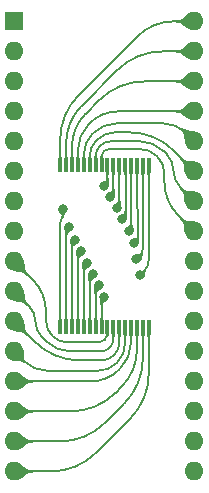
<source format=gtl>
%TF.GenerationSoftware,KiCad,Pcbnew,8.0.7*%
%TF.CreationDate,2025-03-14T20:28:10+02:00*%
%TF.ProjectId,TSSOP32-14mm Adapter,5453534f-5033-4322-9d31-346d6d204164,V1*%
%TF.SameCoordinates,Original*%
%TF.FileFunction,Copper,L1,Top*%
%TF.FilePolarity,Positive*%
%FSLAX46Y46*%
G04 Gerber Fmt 4.6, Leading zero omitted, Abs format (unit mm)*
G04 Created by KiCad (PCBNEW 8.0.7) date 2025-03-14 20:28:10*
%MOMM*%
%LPD*%
G01*
G04 APERTURE LIST*
%TA.AperFunction,ComponentPad*%
%ADD10O,1.600000X1.600000*%
%TD*%
%TA.AperFunction,ComponentPad*%
%ADD11R,1.600000X1.600000*%
%TD*%
%TA.AperFunction,SMDPad,CuDef*%
%ADD12R,0.300000X1.300000*%
%TD*%
%TA.AperFunction,ViaPad*%
%ADD13C,0.800000*%
%TD*%
%TA.AperFunction,Conductor*%
%ADD14C,0.200000*%
%TD*%
G04 APERTURE END LIST*
D10*
%TO.P,J1,32,Pin_32*%
%TO.N,/32*%
X15240000Y0D03*
%TO.P,J1,31,Pin_31*%
%TO.N,/31*%
X15240000Y-2540000D03*
%TO.P,J1,30,Pin_30*%
%TO.N,/30*%
X15240000Y-5080000D03*
%TO.P,J1,29,Pin_29*%
%TO.N,/29*%
X15240000Y-7620000D03*
%TO.P,J1,28,Pin_28*%
%TO.N,/28*%
X15240000Y-10160000D03*
%TO.P,J1,27,Pin_27*%
%TO.N,/27*%
X15240000Y-12700000D03*
%TO.P,J1,26,Pin_26*%
%TO.N,/26*%
X15240000Y-15240000D03*
%TO.P,J1,25,Pin_25*%
%TO.N,/25*%
X15240000Y-17780000D03*
%TO.P,J1,24,Pin_24*%
%TO.N,/24*%
X15240000Y-20320000D03*
%TO.P,J1,23,Pin_23*%
%TO.N,/23*%
X15240000Y-22860000D03*
%TO.P,J1,22,Pin_22*%
%TO.N,/22*%
X15240000Y-25400000D03*
%TO.P,J1,21,Pin_21*%
%TO.N,/21*%
X15240000Y-27940000D03*
%TO.P,J1,20,Pin_20*%
%TO.N,/20*%
X15240000Y-30480000D03*
%TO.P,J1,19,Pin_19*%
%TO.N,/19*%
X15240000Y-33020000D03*
%TO.P,J1,18,Pin_18*%
%TO.N,/18*%
X15240000Y-35560000D03*
%TO.P,J1,17,Pin_17*%
%TO.N,/17*%
X15240000Y-38100000D03*
%TO.P,J1,16,Pin_16*%
%TO.N,/16*%
X0Y-38100000D03*
%TO.P,J1,15,Pin_15*%
%TO.N,/15*%
X0Y-35560000D03*
%TO.P,J1,14,Pin_14*%
%TO.N,/14*%
X0Y-33020000D03*
%TO.P,J1,13,Pin_13*%
%TO.N,/13*%
X0Y-30480000D03*
%TO.P,J1,12,Pin_12*%
%TO.N,/12*%
X0Y-27940000D03*
%TO.P,J1,11,Pin_11*%
%TO.N,/11*%
X0Y-25400000D03*
%TO.P,J1,10,Pin_10*%
%TO.N,/10*%
X0Y-22860000D03*
%TO.P,J1,9,Pin_9*%
%TO.N,/9*%
X0Y-20320000D03*
%TO.P,J1,8,Pin_8*%
%TO.N,/8*%
X0Y-17780000D03*
%TO.P,J1,7,Pin_7*%
%TO.N,/7*%
X0Y-15240000D03*
%TO.P,J1,6,Pin_6*%
%TO.N,/6*%
X0Y-12700000D03*
%TO.P,J1,5,Pin_5*%
%TO.N,/5*%
X0Y-10160000D03*
%TO.P,J1,4,Pin_4*%
%TO.N,/4*%
X0Y-7620000D03*
%TO.P,J1,3,Pin_3*%
%TO.N,/3*%
X0Y-5080000D03*
%TO.P,J1,2,Pin_2*%
%TO.N,/2*%
X0Y-2540000D03*
D11*
%TO.P,J1,1,Pin_1*%
%TO.N,/1*%
X0Y0D03*
%TD*%
D12*
%TO.P,IC1,32,~{OE}*%
%TO.N,/32*%
X3875000Y-12200000D03*
%TO.P,IC1,31,A10*%
%TO.N,/31*%
X4375000Y-12200001D03*
%TO.P,IC1,30,~{CE}*%
%TO.N,/30*%
X4875000Y-12200000D03*
%TO.P,IC1,29,DQ7*%
%TO.N,/29*%
X5375000Y-12200000D03*
%TO.P,IC1,28,DQ6*%
%TO.N,/28*%
X5875001Y-12200000D03*
%TO.P,IC1,27,DQ5*%
%TO.N,/27*%
X6375000Y-12200000D03*
%TO.P,IC1,26,DQ4*%
%TO.N,/26*%
X6874999Y-12200000D03*
%TO.P,IC1,25,DQ3*%
%TO.N,/25*%
X7375000Y-12200000D03*
%TO.P,IC1,24,GND*%
%TO.N,/24*%
X7875000Y-12200000D03*
%TO.P,IC1,23,DQ2*%
%TO.N,/23*%
X8375001Y-12200000D03*
%TO.P,IC1,22,DQ1*%
%TO.N,/22*%
X8875000Y-12200000D03*
%TO.P,IC1,21,DQ0*%
%TO.N,/21*%
X9374999Y-12200000D03*
%TO.P,IC1,20,A0*%
%TO.N,/20*%
X9875000Y-12200000D03*
%TO.P,IC1,19,A1*%
%TO.N,/19*%
X10375000Y-12200000D03*
%TO.P,IC1,18,A2*%
%TO.N,/18*%
X10875000Y-12200001D03*
%TO.P,IC1,17,A3*%
%TO.N,/17*%
X11375000Y-12200000D03*
%TO.P,IC1,16,A4*%
%TO.N,/16*%
X11375000Y-25900000D03*
%TO.P,IC1,15,A5*%
%TO.N,/15*%
X10875000Y-25899999D03*
%TO.P,IC1,14,A6*%
%TO.N,/14*%
X10375000Y-25900000D03*
%TO.P,IC1,13,A7*%
%TO.N,/13*%
X9875000Y-25900000D03*
%TO.P,IC1,12,A12*%
%TO.N,/12*%
X9374999Y-25900000D03*
%TO.P,IC1,11,A15*%
%TO.N,/11*%
X8875000Y-25900000D03*
%TO.P,IC1,10,A16*%
%TO.N,/10*%
X8375001Y-25900000D03*
%TO.P,IC1,9,N.C.*%
%TO.N,/9*%
X7875000Y-25900000D03*
%TO.P,IC1,8,3V*%
%TO.N,/8*%
X7375000Y-25900000D03*
%TO.P,IC1,7,~{WE}*%
%TO.N,/7*%
X6874999Y-25900000D03*
%TO.P,IC1,6,N.C.*%
%TO.N,/6*%
X6375000Y-25900000D03*
%TO.P,IC1,5,A14*%
%TO.N,/5*%
X5875001Y-25900000D03*
%TO.P,IC1,4,A13*%
%TO.N,/4*%
X5375000Y-25900000D03*
%TO.P,IC1,3,A8*%
%TO.N,/3*%
X4875000Y-25900000D03*
%TO.P,IC1,2,A9*%
%TO.N,/2*%
X4375000Y-25899999D03*
%TO.P,IC1,1,A11*%
%TO.N,/1*%
X3875000Y-25900000D03*
%TD*%
D13*
%TO.N,/8*%
X7624999Y-23304205D03*
%TO.N,/7*%
X7125000Y-22328009D03*
%TO.N,/5*%
X6125000Y-20447000D03*
%TO.N,/4*%
X5625000Y-19435233D03*
%TO.N,/3*%
X5125000Y-18481326D03*
%TO.N,/2*%
X4625000Y-17399000D03*
%TO.N,/1*%
X4079328Y-15845666D03*
%TO.N,/24*%
X7620000Y-13970000D03*
%TO.N,/23*%
X8125000Y-14859000D03*
%TO.N,/22*%
X8668616Y-15824104D03*
%TO.N,/21*%
X9125000Y-16764000D03*
%TO.N,/20*%
X9724189Y-17762051D03*
%TO.N,/19*%
X10160000Y-18796000D03*
%TO.N,/18*%
X10328169Y-20151831D03*
%TO.N,/17*%
X10617872Y-21502195D03*
%TO.N,/6*%
X6625001Y-21383333D03*
%TD*%
D14*
%TO.N,/6*%
X6500000Y-21508333D02*
G75*
G03*
X6375014Y-21810111I301800J-301767D01*
G01*
%TO.N,/9*%
X7653157Y-26956157D02*
G75*
G02*
X7117580Y-27177992I-535557J535557D01*
G01*
X3210000Y-26635000D02*
G75*
G03*
X4520917Y-27177998I1310920J1310930D01*
G01*
X1569216Y-21889216D02*
G75*
G02*
X2667000Y-24539500I-2650283J-2650284D01*
G01*
X7875000Y-26420580D02*
G75*
G02*
X7653163Y-26956163I-757400J-20D01*
G01*
X2667000Y-25324082D02*
G75*
G03*
X3210001Y-26634999I1853920J2D01*
G01*
%TO.N,/12*%
X8687999Y-28904000D02*
G75*
G02*
X7029435Y-29591001I-1658569J1658570D01*
G01*
X825500Y-28765500D02*
G75*
G03*
X2818433Y-29590996I1992930J1992940D01*
G01*
X9374999Y-27245436D02*
G75*
G02*
X8687997Y-28903998I-2345569J6D01*
G01*
%TO.N,/10*%
X1778000Y-25417328D02*
G75*
G03*
X2329068Y-26747725I1881460J-2D01*
G01*
X8061000Y-27625999D02*
G75*
G02*
X7302936Y-27940015I-758100J758099D01*
G01*
X1226931Y-24086931D02*
G75*
G02*
X1778000Y-25417328I-1330403J-1330400D01*
G01*
X8375001Y-26867935D02*
G75*
G02*
X8060999Y-27625998I-1072071J5D01*
G01*
X2649671Y-27068328D02*
G75*
G03*
X4754072Y-27940003I2104409J2104408D01*
G01*
%TO.N,/2*%
X4500000Y-17524000D02*
G75*
G03*
X4374990Y-17825776I301800J-301800D01*
G01*
%TO.N,/25*%
X12081750Y-11413250D02*
G75*
G03*
X10589162Y-10795016I-1492550J-1492550D01*
G01*
X12700000Y-13635750D02*
G75*
G03*
X13834376Y-16374376I3873000J0D01*
G01*
X8010043Y-10795000D02*
G75*
G03*
X7560987Y-10980987I-43J-635000D01*
G01*
X12081750Y-11413250D02*
G75*
G02*
X12699984Y-12905837I-1492550J-1492550D01*
G01*
X7561000Y-10981000D02*
G75*
G03*
X7375018Y-11430043I449000J-449000D01*
G01*
%TO.N,/21*%
X9405000Y-16286010D02*
G75*
G02*
X9264997Y-16623997I-478000J10D01*
G01*
%TO.N,/4*%
X5500000Y-19560233D02*
G75*
G03*
X5375014Y-19862009I301800J-301767D01*
G01*
%TO.N,/14*%
X8578792Y-31426206D02*
G75*
G02*
X4731036Y-33020003I-3847762J3847756D01*
G01*
X10375000Y-27765000D02*
G75*
G02*
X9056244Y-30948753I-4502500J0D01*
G01*
%TO.N,/28*%
X8637098Y-8636000D02*
G75*
G03*
X6684001Y-9445000I2J-2762100D01*
G01*
X6563016Y-9565983D02*
G75*
G03*
X5874991Y-11226999I1660984J-1661017D01*
G01*
X14478000Y-9398000D02*
G75*
G03*
X12638369Y-8636013I-1839600J-1839600D01*
G01*
%TO.N,/22*%
X8875000Y-15471784D02*
G75*
G02*
X8771812Y-15720916I-352300J-16D01*
G01*
%TO.N,/26*%
X7247499Y-10532500D02*
G75*
G03*
X6874997Y-11431796I899301J-899300D01*
G01*
X13462000Y-12636500D02*
G75*
G03*
X14045723Y-14045709I1992900J0D01*
G01*
X8146795Y-10160000D02*
G75*
G03*
X7247501Y-10532502I5J-1271800D01*
G01*
X12878283Y-11227283D02*
G75*
G02*
X13462010Y-12636500I-1409183J-1409217D01*
G01*
X12636500Y-10985500D02*
G75*
G03*
X10643566Y-10160001I-1992930J-1992930D01*
G01*
%TO.N,/20*%
X9875000Y-17504600D02*
G75*
G02*
X9799604Y-17686655I-257500J0D01*
G01*
%TO.N,/8*%
X7499999Y-23429204D02*
G75*
G03*
X7374992Y-23730979I301801J-301796D01*
G01*
%TO.N,/1*%
X3977164Y-16788836D02*
G75*
G03*
X3874984Y-17035481I246636J-246664D01*
G01*
X4079328Y-16542190D02*
G75*
G02*
X3977173Y-16788845I-348828J-10D01*
G01*
%TO.N,/17*%
X11375000Y-20209696D02*
G75*
G02*
X10996438Y-21123633I-1292500J-4D01*
G01*
%TO.N,/11*%
X8438000Y-28265000D02*
G75*
G02*
X7382988Y-28701995I-1055000J1055000D01*
G01*
X1708207Y-27108207D02*
G75*
G03*
X5555963Y-28702004I3847763J3847757D01*
G01*
X8875000Y-27209988D02*
G75*
G02*
X8438003Y-28265003I-1492000J-12D01*
G01*
%TO.N,/31*%
X12540963Y-2540000D02*
G75*
G03*
X8693206Y-4133791I-3J-5441550D01*
G01*
X5700118Y-7126881D02*
G75*
G03*
X4375005Y-10326000I3199112J-3199109D01*
G01*
%TO.N,/7*%
X6999999Y-22453009D02*
G75*
G03*
X6874996Y-22754787I301801J-301791D01*
G01*
%TO.N,/24*%
X7875000Y-13534687D02*
G75*
G02*
X7747504Y-13842504I-435300J-13D01*
G01*
%TO.N,/15*%
X7689792Y-33966206D02*
G75*
G02*
X3842036Y-35560003I-3847762J3847756D01*
G01*
X10875000Y-28527036D02*
G75*
G02*
X9281206Y-32374791I-5441560J6D01*
G01*
%TO.N,/27*%
X6925482Y-10092517D02*
G75*
G03*
X6375009Y-11421500I1329018J-1328983D01*
G01*
X13464643Y-10924643D02*
G75*
G03*
X9779000Y-9398004I-3685643J-3685657D01*
G01*
X8500347Y-9398000D02*
G75*
G03*
X6997498Y-10020498I-7J-2125340D01*
G01*
%TO.N,/18*%
X10875000Y-19218332D02*
G75*
G02*
X10601569Y-19878400I-933500J32D01*
G01*
%TO.N,/3*%
X5000000Y-18606326D02*
G75*
G03*
X4875009Y-18908102I301800J-301774D01*
G01*
%TO.N,/19*%
X10375000Y-15789942D02*
G75*
G03*
X10425023Y-15910630I170700J42D01*
G01*
X10425000Y-15910653D02*
G75*
G02*
X10475029Y-16031363I-120700J-120747D01*
G01*
X10475000Y-18258261D02*
G75*
G02*
X10317511Y-18638511I-537700J-39D01*
G01*
%TO.N,/23*%
X8375001Y-14432221D02*
G75*
G02*
X8249994Y-14733993I-426801J21D01*
G01*
%TO.N,/5*%
X6000000Y-20571999D02*
G75*
G03*
X5874990Y-20873774I301800J-301801D01*
G01*
%TO.N,/29*%
X6290349Y-8695650D02*
G75*
G03*
X5374999Y-10905500I2209851J-2209850D01*
G01*
X8773849Y-7620000D02*
G75*
G03*
X6370500Y-8615500I1J-3398850D01*
G01*
%TO.N,/30*%
X11016963Y-5080000D02*
G75*
G03*
X7169205Y-6673791I-3J-5441550D01*
G01*
X6017684Y-7825315D02*
G75*
G03*
X4875004Y-10584000I2758676J-2758675D01*
G01*
%TO.N,/13*%
X8874499Y-29479499D02*
G75*
G02*
X6459079Y-30479998I-2415419J2415419D01*
G01*
X9875000Y-27189500D02*
G75*
G02*
X8963180Y-29390809I-3113100J0D01*
G01*
%TO.N,/16*%
X6927792Y-36506207D02*
G75*
G02*
X3080036Y-38100001I-3847762J3847767D01*
G01*
X11375000Y-29805036D02*
G75*
G02*
X9781206Y-33652791I-5441560J6D01*
G01*
%TO.N,/32*%
X13462000Y0D02*
G75*
G03*
X10426759Y-1257230I0J-4292500D01*
G01*
X5427452Y-6256547D02*
G75*
G03*
X3874998Y-10004500I3747948J-3747953D01*
G01*
%TO.N,/1*%
X4079328Y-16542190D02*
X4079328Y-15845666D01*
X3875000Y-17035481D02*
X3875000Y-25900000D01*
%TO.N,/25*%
X12700000Y-13635750D02*
X12700000Y-12905837D01*
X13834376Y-16374376D02*
X15240000Y-17780000D01*
X7375000Y-11430043D02*
X7375000Y-12200000D01*
X10589162Y-10795000D02*
X8010043Y-10795000D01*
%TO.N,/26*%
X12878283Y-11227283D02*
X12636500Y-10985500D01*
X8146795Y-10160000D02*
X10643566Y-10160000D01*
X14045716Y-14045716D02*
X15240000Y-15240000D01*
X6874999Y-11431796D02*
X6874999Y-12200000D01*
%TO.N,/27*%
X13464643Y-10924643D02*
X15240000Y-12700000D01*
X6925482Y-10092517D02*
X6997500Y-10020500D01*
X9779000Y-9398000D02*
X8500347Y-9398000D01*
X6375000Y-11421500D02*
X6375000Y-12200000D01*
%TO.N,/22*%
X8668616Y-15824104D02*
X8771808Y-15720912D01*
X8875000Y-15471784D02*
X8875000Y-12200000D01*
%TO.N,/23*%
X8250000Y-14733999D02*
X8125000Y-14859000D01*
X8375001Y-14432221D02*
X8375001Y-12200000D01*
%TO.N,/24*%
X7747500Y-13842500D02*
X7620000Y-13970000D01*
X7875000Y-13534687D02*
X7875000Y-12200000D01*
%TO.N,/21*%
X9265000Y-16624000D02*
X9125000Y-16764000D01*
X9405000Y-16286010D02*
X9405000Y-12230001D01*
%TO.N,/20*%
X9724189Y-17762051D02*
X9799594Y-17686645D01*
X9875000Y-17504600D02*
X9875000Y-12200000D01*
%TO.N,/19*%
X10160000Y-18796000D02*
X10317500Y-18638500D01*
X10475000Y-16031363D02*
X10475000Y-18258261D01*
X10375000Y-15789942D02*
X10375000Y-12200000D01*
%TO.N,/17*%
X10617872Y-21502195D02*
X10996436Y-21123631D01*
%TO.N,/18*%
X10875000Y-19218332D02*
X10875000Y-12200001D01*
X10328169Y-20151831D02*
X10601584Y-19878415D01*
%TO.N,/17*%
X11375000Y-20209696D02*
X11375000Y-12200000D01*
%TO.N,/8*%
X7624999Y-23304205D02*
X7499999Y-23429204D01*
X7375000Y-23730979D02*
X7375000Y-25900000D01*
%TO.N,/7*%
X6999999Y-22453009D02*
X7125000Y-22328009D01*
X6874999Y-22754787D02*
X6874999Y-25900000D01*
%TO.N,/5*%
X6125000Y-20447000D02*
X6000000Y-20571999D01*
X5875001Y-20873774D02*
X5875001Y-25900000D01*
%TO.N,/4*%
X5625000Y-19435233D02*
X5500000Y-19560233D01*
X5375000Y-19862009D02*
X5375000Y-25900000D01*
%TO.N,/2*%
X4625000Y-17399000D02*
X4500000Y-17524000D01*
X4375000Y-17825776D02*
X4375000Y-25899999D01*
%TO.N,/3*%
X5125000Y-18481326D02*
X5000000Y-18606326D01*
X4875000Y-18908102D02*
X4875000Y-25900000D01*
%TO.N,/11*%
X1708207Y-27108207D02*
X0Y-25400000D01*
X7382988Y-28702000D02*
X5555963Y-28702000D01*
X8875000Y-27209988D02*
X8875000Y-25900000D01*
%TO.N,/12*%
X825500Y-28765500D02*
X0Y-27940000D01*
X7029435Y-29591000D02*
X2818433Y-29591000D01*
X9374999Y-27245436D02*
X9374999Y-25900000D01*
%TO.N,/10*%
X1226931Y-24086931D02*
X0Y-22860000D01*
X2329068Y-26747725D02*
X2649671Y-27068328D01*
X7302936Y-27940000D02*
X4754072Y-27940000D01*
X8375001Y-26867935D02*
X8375001Y-25900000D01*
%TO.N,/14*%
X8578792Y-31426206D02*
X9056245Y-30948754D01*
X4731036Y-33020000D02*
X0Y-33020000D01*
X10375000Y-27765000D02*
X10375000Y-25900000D01*
%TO.N,/15*%
X7689792Y-33966206D02*
X9281207Y-32374792D01*
X3842036Y-35560000D02*
X0Y-35560000D01*
X10875000Y-28527036D02*
X10875000Y-25899999D01*
%TO.N,/16*%
X3080036Y-38100000D02*
X0Y-38100000D01*
X6927792Y-36506207D02*
X9781207Y-33652792D01*
X11375000Y-29805036D02*
X11375000Y-25900000D01*
%TO.N,/28*%
X14478000Y-9398000D02*
X15240000Y-10160000D01*
X8637098Y-8636000D02*
X12638369Y-8636000D01*
X6684000Y-9444999D02*
X6563016Y-9565983D01*
X5875001Y-11226999D02*
X5875001Y-12200000D01*
%TO.N,/29*%
X6290349Y-8695650D02*
X6370500Y-8615500D01*
X5375000Y-10905500D02*
X5375000Y-12200000D01*
X8773849Y-7620000D02*
X15240000Y-7620000D01*
%TO.N,/30*%
X7169206Y-6673792D02*
X6017684Y-7825315D01*
X4875000Y-10584000D02*
X4875000Y-12200000D01*
X11016963Y-5080000D02*
X15240000Y-5080000D01*
%TO.N,/31*%
X8693207Y-4133792D02*
X5700118Y-7126881D01*
X4375000Y-10326000D02*
X4375000Y-12200001D01*
X12540963Y-2540000D02*
X15240000Y-2540000D01*
%TO.N,/32*%
X13462000Y0D02*
X15240000Y0D01*
X3875000Y-10004500D02*
X3875000Y-12200000D01*
X10426764Y-1257235D02*
X5427452Y-6256547D01*
%TO.N,/13*%
X9875000Y-27189500D02*
X9875000Y-25900000D01*
X6459079Y-30480000D02*
X0Y-30480000D01*
X8874499Y-29479499D02*
X8963185Y-29390814D01*
%TO.N,/9*%
X1569216Y-21889216D02*
X0Y-20320000D01*
X2667000Y-24539500D02*
X2667000Y-25324082D01*
%TO.N,/6*%
X6500000Y-21508333D02*
X6625001Y-21383333D01*
%TO.N,/9*%
X7117580Y-27178000D02*
X4520917Y-27178000D01*
%TO.N,/6*%
X6375000Y-21810111D02*
X6375000Y-25900000D01*
%TD*%
%TA.AperFunction,Conductor*%
%TO.N,/6*%
G36*
X6628406Y-21385751D02*
G01*
X6628436Y-21385780D01*
X6898458Y-21656757D01*
X6901870Y-21665036D01*
X6898429Y-21673303D01*
X6897307Y-21674286D01*
X6780739Y-21764015D01*
X6778825Y-21765213D01*
X6662129Y-21823430D01*
X6565121Y-21876054D01*
X6499269Y-21956266D01*
X6499269Y-21956267D01*
X6476667Y-22088045D01*
X6471892Y-22095619D01*
X6465136Y-22097766D01*
X6286362Y-22097766D01*
X6278089Y-22094339D01*
X6274667Y-22086409D01*
X6269800Y-21920344D01*
X6269800Y-21920335D01*
X6257400Y-21794720D01*
X6242629Y-21686590D01*
X6242578Y-21686155D01*
X6230240Y-21561171D01*
X6230188Y-21560365D01*
X6225352Y-21395342D01*
X6228535Y-21386975D01*
X6236704Y-21383307D01*
X6236946Y-21383303D01*
X6620125Y-21382345D01*
X6628406Y-21385751D01*
G37*
%TD.AperFunction*%
%TD*%
%TA.AperFunction,Conductor*%
%TO.N,/9*%
G36*
X7883376Y-25953203D02*
G01*
X7884998Y-25957502D01*
X7981954Y-26546550D01*
X7981104Y-26553194D01*
X7969026Y-26580419D01*
X7955522Y-26613862D01*
X7942028Y-26650280D01*
X7928527Y-26689716D01*
X7918894Y-26719998D01*
X7913121Y-26726843D01*
X7904198Y-26727600D01*
X7903268Y-26727260D01*
X7737181Y-26658468D01*
X7730849Y-26652137D01*
X7729967Y-26648114D01*
X7729206Y-26628480D01*
X7728154Y-26604360D01*
X7727103Y-26583240D01*
X7726051Y-26565120D01*
X7725528Y-26557595D01*
X7725500Y-26556785D01*
X7725500Y-26549170D01*
X7725800Y-26546536D01*
X7862054Y-25956766D01*
X7867254Y-25949479D01*
X7876087Y-25948002D01*
X7883376Y-25953203D01*
G37*
%TD.AperFunction*%
%TD*%
%TA.AperFunction,Conductor*%
%TO.N,/2*%
G36*
X4628405Y-17401418D02*
G01*
X4628435Y-17401447D01*
X4898457Y-17672424D01*
X4901869Y-17680703D01*
X4898428Y-17688970D01*
X4897306Y-17689953D01*
X4780739Y-17779681D01*
X4778825Y-17780879D01*
X4662131Y-17839095D01*
X4565121Y-17891718D01*
X4499270Y-17971927D01*
X4499269Y-17971927D01*
X4499269Y-17971929D01*
X4476667Y-18103706D01*
X4471892Y-18111280D01*
X4465136Y-18113427D01*
X4286362Y-18113427D01*
X4278089Y-18110000D01*
X4274667Y-18102070D01*
X4269800Y-17936006D01*
X4269800Y-17935997D01*
X4257400Y-17810384D01*
X4242629Y-17702254D01*
X4242578Y-17701819D01*
X4240606Y-17681843D01*
X4230239Y-17576828D01*
X4230188Y-17576031D01*
X4225352Y-17411012D01*
X4228535Y-17402642D01*
X4236704Y-17398974D01*
X4236946Y-17398970D01*
X4620124Y-17398012D01*
X4628405Y-17401418D01*
G37*
%TD.AperFunction*%
%TD*%
%TA.AperFunction,Conductor*%
%TO.N,/21*%
G36*
X9501712Y-16064715D02*
G01*
X9505138Y-16072848D01*
X9507079Y-16235580D01*
X9512040Y-16359286D01*
X9517953Y-16465910D01*
X9517962Y-16466089D01*
X9522914Y-16589541D01*
X9522922Y-16589870D01*
X9524859Y-16752189D01*
X9521531Y-16760503D01*
X9513300Y-16764028D01*
X9513189Y-16764029D01*
X9129875Y-16764987D01*
X9121594Y-16761581D01*
X9121558Y-16761546D01*
X8851719Y-16490752D01*
X8848307Y-16482472D01*
X8851748Y-16474205D01*
X8853032Y-16473100D01*
X8974066Y-16383435D01*
X8976349Y-16382114D01*
X9100523Y-16327904D01*
X9205709Y-16280431D01*
X9278074Y-16203726D01*
X9303199Y-16070814D01*
X9308102Y-16063322D01*
X9314695Y-16061288D01*
X9493439Y-16061288D01*
X9501712Y-16064715D01*
G37*
%TD.AperFunction*%
%TD*%
%TA.AperFunction,Conductor*%
%TO.N,/4*%
G36*
X5628405Y-19437651D02*
G01*
X5628435Y-19437680D01*
X5898457Y-19708657D01*
X5901869Y-19716936D01*
X5898428Y-19725203D01*
X5897306Y-19726186D01*
X5780738Y-19815916D01*
X5778829Y-19817111D01*
X5719680Y-19846620D01*
X5662106Y-19875342D01*
X5565121Y-19927955D01*
X5499269Y-20008167D01*
X5499269Y-20008168D01*
X5476667Y-20139946D01*
X5471892Y-20147520D01*
X5465136Y-20149667D01*
X5286362Y-20149667D01*
X5278089Y-20146240D01*
X5274667Y-20138310D01*
X5269800Y-19972244D01*
X5269800Y-19972235D01*
X5257400Y-19846620D01*
X5242629Y-19738490D01*
X5242578Y-19738055D01*
X5230240Y-19613071D01*
X5230188Y-19612265D01*
X5225352Y-19447245D01*
X5228535Y-19438875D01*
X5236704Y-19435207D01*
X5236946Y-19435203D01*
X5620124Y-19434245D01*
X5628405Y-19437651D01*
G37*
%TD.AperFunction*%
%TD*%
%TA.AperFunction,Conductor*%
%TO.N,/22*%
G36*
X8972180Y-15093366D02*
G01*
X8975590Y-15101017D01*
X8984734Y-15272853D01*
X8984736Y-15272871D01*
X9007945Y-15401621D01*
X9007953Y-15401658D01*
X9035569Y-15512013D01*
X9035732Y-15512775D01*
X9041023Y-15542125D01*
X9058749Y-15640452D01*
X9058918Y-15641906D01*
X9067961Y-15811812D01*
X9064979Y-15820256D01*
X9056900Y-15824117D01*
X9056307Y-15824134D01*
X8673491Y-15825091D01*
X8665210Y-15821685D01*
X8665174Y-15821650D01*
X8394885Y-15550405D01*
X8391473Y-15542125D01*
X8394914Y-15533858D01*
X8395749Y-15533104D01*
X8506536Y-15442529D01*
X8507845Y-15441602D01*
X8613807Y-15377189D01*
X8698676Y-15316850D01*
X8754748Y-15231075D01*
X8762833Y-15174728D01*
X8773560Y-15099977D01*
X8778127Y-15092275D01*
X8785141Y-15089939D01*
X8963907Y-15089939D01*
X8972180Y-15093366D01*
G37*
%TD.AperFunction*%
%TD*%
%TA.AperFunction,Conductor*%
%TO.N,/8*%
G36*
X7628404Y-23306623D02*
G01*
X7628434Y-23306652D01*
X7898456Y-23577629D01*
X7901868Y-23585908D01*
X7898427Y-23594175D01*
X7897305Y-23595158D01*
X7780737Y-23684887D01*
X7778828Y-23686082D01*
X7719681Y-23715590D01*
X7662105Y-23744313D01*
X7565121Y-23796924D01*
X7499269Y-23877135D01*
X7499269Y-23877136D01*
X7476667Y-24008913D01*
X7471892Y-24016487D01*
X7465136Y-24018634D01*
X7286362Y-24018634D01*
X7278089Y-24015207D01*
X7274667Y-24007277D01*
X7269799Y-23841213D01*
X7269799Y-23841204D01*
X7257399Y-23715590D01*
X7242628Y-23607460D01*
X7242577Y-23607025D01*
X7230239Y-23482042D01*
X7230187Y-23481236D01*
X7225351Y-23316217D01*
X7228534Y-23307847D01*
X7236703Y-23304179D01*
X7236945Y-23304175D01*
X7620123Y-23303217D01*
X7628404Y-23306623D01*
G37*
%TD.AperFunction*%
%TD*%
%TA.AperFunction,Conductor*%
%TO.N,/7*%
G36*
X7128405Y-22330427D02*
G01*
X7128435Y-22330456D01*
X7398457Y-22601433D01*
X7401869Y-22609712D01*
X7398428Y-22617979D01*
X7397306Y-22618962D01*
X7280738Y-22708691D01*
X7278824Y-22709889D01*
X7162130Y-22768105D01*
X7065120Y-22820728D01*
X6999269Y-22900937D01*
X6999268Y-22900937D01*
X6999268Y-22900939D01*
X6976666Y-23032716D01*
X6971891Y-23040290D01*
X6965135Y-23042437D01*
X6786361Y-23042437D01*
X6778088Y-23039010D01*
X6774666Y-23031080D01*
X6769799Y-22865016D01*
X6769799Y-22865007D01*
X6757399Y-22739393D01*
X6742628Y-22631263D01*
X6742577Y-22630828D01*
X6740605Y-22610852D01*
X6730238Y-22505837D01*
X6730187Y-22505040D01*
X6725352Y-22340021D01*
X6728535Y-22331651D01*
X6736704Y-22327983D01*
X6736946Y-22327979D01*
X7120124Y-22327021D01*
X7128405Y-22330427D01*
G37*
%TD.AperFunction*%
%TD*%
%TA.AperFunction,Conductor*%
%TO.N,/24*%
G36*
X7971878Y-13261031D02*
G01*
X7975301Y-13268995D01*
X7979679Y-13434471D01*
X7979679Y-13434480D01*
X7979680Y-13434482D01*
X7983631Y-13478838D01*
X7990841Y-13559769D01*
X8004134Y-13667636D01*
X8004176Y-13668029D01*
X8015287Y-13792758D01*
X8015329Y-13793486D01*
X8019683Y-13958019D01*
X8016476Y-13966380D01*
X8008297Y-13970025D01*
X8008016Y-13970029D01*
X7624875Y-13970987D01*
X7616594Y-13967581D01*
X7616558Y-13967546D01*
X7443111Y-13793486D01*
X7346571Y-13696604D01*
X7343160Y-13688326D01*
X7346601Y-13680059D01*
X7347745Y-13679059D01*
X7465045Y-13589355D01*
X7467010Y-13588141D01*
X7584960Y-13530596D01*
X7683334Y-13478838D01*
X7750282Y-13399225D01*
X7773309Y-13267291D01*
X7778108Y-13259732D01*
X7784835Y-13257604D01*
X7963605Y-13257604D01*
X7971878Y-13261031D01*
G37*
%TD.AperFunction*%
%TD*%
%TA.AperFunction,Conductor*%
%TO.N,/18*%
G36*
X10737162Y-19496907D02*
G01*
X10902185Y-19565267D01*
X10908517Y-19571599D01*
X10908709Y-19580057D01*
X10847954Y-19747943D01*
X10815796Y-19879338D01*
X10794493Y-19994764D01*
X10794352Y-19995421D01*
X10762422Y-20125898D01*
X10762059Y-20127098D01*
X10701877Y-20293418D01*
X10695840Y-20300031D01*
X10686894Y-20300439D01*
X10686425Y-20300258D01*
X10332295Y-20154608D01*
X10325947Y-20148291D01*
X10179985Y-19794141D01*
X10180001Y-19785188D01*
X10186344Y-19778867D01*
X10187358Y-19778502D01*
X10331059Y-19734239D01*
X10332482Y-19733898D01*
X10459729Y-19711878D01*
X10564631Y-19684933D01*
X10652092Y-19622278D01*
X10722590Y-19501807D01*
X10729725Y-19496398D01*
X10737162Y-19496907D01*
G37*
%TD.AperFunction*%
%TD*%
%TA.AperFunction,Conductor*%
%TO.N,/3*%
G36*
X5128405Y-18483744D02*
G01*
X5128435Y-18483773D01*
X5398457Y-18754750D01*
X5401869Y-18763029D01*
X5398428Y-18771296D01*
X5397306Y-18772279D01*
X5280738Y-18862008D01*
X5278824Y-18863206D01*
X5162129Y-18921423D01*
X5065121Y-18974047D01*
X4999269Y-19054258D01*
X4999269Y-19054259D01*
X4976667Y-19186037D01*
X4971892Y-19193611D01*
X4965136Y-19195758D01*
X4786362Y-19195758D01*
X4778089Y-19192331D01*
X4774667Y-19184401D01*
X4769800Y-19018336D01*
X4769800Y-19018327D01*
X4757399Y-18892712D01*
X4742625Y-18784559D01*
X4742578Y-18784151D01*
X4740605Y-18764169D01*
X4730239Y-18659155D01*
X4730188Y-18658358D01*
X4725352Y-18493338D01*
X4728535Y-18484968D01*
X4736704Y-18481300D01*
X4736946Y-18481296D01*
X5120124Y-18480338D01*
X5128405Y-18483744D01*
G37*
%TD.AperFunction*%
%TD*%
%TA.AperFunction,Conductor*%
%TO.N,/19*%
G36*
X10571073Y-18106931D02*
G01*
X10574500Y-18115204D01*
X10574500Y-18158555D01*
X10573441Y-18275141D01*
X10573436Y-18275392D01*
X10569721Y-18397069D01*
X10569716Y-18397205D01*
X10568972Y-18414851D01*
X10565280Y-18502370D01*
X10561810Y-18616044D01*
X10561560Y-18624235D01*
X10560105Y-18784434D01*
X10556603Y-18792676D01*
X10548434Y-18796028D01*
X10164875Y-18796987D01*
X10156594Y-18793581D01*
X10156558Y-18793546D01*
X9886903Y-18522937D01*
X9883491Y-18514657D01*
X9886932Y-18506390D01*
X9888395Y-18505154D01*
X10015227Y-18414848D01*
X10017879Y-18413435D01*
X10150868Y-18363327D01*
X10150875Y-18363346D01*
X10150958Y-18363293D01*
X10265406Y-18321313D01*
X10345106Y-18248011D01*
X10373070Y-18112834D01*
X10378101Y-18105426D01*
X10384527Y-18103504D01*
X10562800Y-18103504D01*
X10571073Y-18106931D01*
G37*
%TD.AperFunction*%
%TD*%
%TA.AperFunction,Conductor*%
%TO.N,/23*%
G36*
X8471912Y-14147997D02*
G01*
X8475334Y-14155927D01*
X8480199Y-14321989D01*
X8480201Y-14322015D01*
X8492599Y-14447608D01*
X8507370Y-14555742D01*
X8507421Y-14556177D01*
X8519759Y-14681160D01*
X8519811Y-14681966D01*
X8524647Y-14846987D01*
X8521464Y-14855357D01*
X8513295Y-14859025D01*
X8512981Y-14859030D01*
X8129875Y-14859987D01*
X8121594Y-14856581D01*
X8121558Y-14856546D01*
X7947593Y-14681966D01*
X7851541Y-14585574D01*
X7848130Y-14577296D01*
X7851571Y-14569029D01*
X7852686Y-14568051D01*
X7969267Y-14478310D01*
X7971156Y-14477127D01*
X8087876Y-14418898D01*
X8184878Y-14366278D01*
X8250731Y-14286067D01*
X8273333Y-14154291D01*
X8278110Y-14146717D01*
X8284865Y-14144570D01*
X8463639Y-14144570D01*
X8471912Y-14147997D01*
G37*
%TD.AperFunction*%
%TD*%
%TA.AperFunction,Conductor*%
%TO.N,/5*%
G36*
X6128405Y-20449418D02*
G01*
X6128435Y-20449447D01*
X6398457Y-20720424D01*
X6401869Y-20728703D01*
X6398428Y-20736970D01*
X6397306Y-20737953D01*
X6280739Y-20827681D01*
X6278830Y-20828876D01*
X6219683Y-20858384D01*
X6162107Y-20887107D01*
X6065122Y-20939718D01*
X5999271Y-21019927D01*
X5999270Y-21019927D01*
X5999270Y-21019929D01*
X5976668Y-21151706D01*
X5971893Y-21159280D01*
X5965137Y-21161427D01*
X5786363Y-21161427D01*
X5778090Y-21158000D01*
X5774668Y-21150070D01*
X5769800Y-20984006D01*
X5769800Y-20983997D01*
X5757400Y-20858384D01*
X5742629Y-20750254D01*
X5742578Y-20749819D01*
X5740606Y-20729843D01*
X5730239Y-20624828D01*
X5730188Y-20624031D01*
X5725352Y-20459012D01*
X5728535Y-20450642D01*
X5736704Y-20446974D01*
X5736946Y-20446970D01*
X6120124Y-20446012D01*
X6128405Y-20449418D01*
G37*
%TD.AperFunction*%
%TD*%
%TA.AperFunction,Conductor*%
%TO.N,/1*%
G36*
X4337087Y-15952108D02*
G01*
X4437710Y-15994080D01*
X4444026Y-16000427D01*
X4444004Y-16009382D01*
X4443846Y-16009744D01*
X4379441Y-16150558D01*
X4379067Y-16151304D01*
X4333395Y-16234861D01*
X4321882Y-16255923D01*
X4321855Y-16255972D01*
X4271840Y-16346425D01*
X4271840Y-16346427D01*
X4224449Y-16454839D01*
X4224437Y-16454870D01*
X4178202Y-16603123D01*
X4172468Y-16610001D01*
X4164005Y-16610941D01*
X3991249Y-16564660D01*
X3984145Y-16559209D01*
X3982632Y-16552226D01*
X3995964Y-16415235D01*
X3995963Y-16415230D01*
X3955402Y-16316504D01*
X3955401Y-16316502D01*
X3955400Y-16316500D01*
X3880499Y-16234861D01*
X3792661Y-16140230D01*
X3791134Y-16138171D01*
X3716516Y-16010291D01*
X3715308Y-16001420D01*
X3720727Y-15994290D01*
X3722115Y-15993599D01*
X4075086Y-15846574D01*
X4084038Y-15846558D01*
X4337087Y-15952108D01*
G37*
%TD.AperFunction*%
%TD*%
%TA.AperFunction,Conductor*%
%TO.N,/1*%
G36*
X3974380Y-25103427D02*
G01*
X3977380Y-25108569D01*
X3984998Y-25135997D01*
X3994992Y-25168978D01*
X4004998Y-25198999D01*
X4015003Y-25226010D01*
X4023555Y-25246533D01*
X4024156Y-25253660D01*
X3886401Y-25851519D01*
X3881204Y-25858811D01*
X3872373Y-25860293D01*
X3865081Y-25855096D01*
X3863599Y-25851519D01*
X3725843Y-25253660D01*
X3726443Y-25246534D01*
X3735000Y-25226000D01*
X3745000Y-25199000D01*
X3754999Y-25169000D01*
X3764999Y-25136000D01*
X3765000Y-25135997D01*
X3772620Y-25108568D01*
X3778136Y-25101514D01*
X3783893Y-25100000D01*
X3966107Y-25100000D01*
X3974380Y-25103427D01*
G37*
%TD.AperFunction*%
%TD*%
%TA.AperFunction,Conductor*%
%TO.N,/25*%
G36*
X14187510Y-16584403D02*
G01*
X14453413Y-16795480D01*
X14688880Y-16881773D01*
X14688884Y-16881773D01*
X14688886Y-16881774D01*
X14778848Y-16890883D01*
X14923991Y-16905582D01*
X15187812Y-16934681D01*
X15195926Y-16935576D01*
X15198018Y-16936002D01*
X15533778Y-17037169D01*
X15540710Y-17042836D01*
X15541605Y-17051746D01*
X15541217Y-17052836D01*
X15242562Y-17776212D01*
X15236237Y-17782551D01*
X15236212Y-17782562D01*
X14512836Y-18081217D01*
X14503881Y-18081206D01*
X14497556Y-18074867D01*
X14497173Y-18073791D01*
X14396002Y-17738018D01*
X14395576Y-17735926D01*
X14365582Y-17463991D01*
X14365571Y-17463887D01*
X14341774Y-17228886D01*
X14341773Y-17228883D01*
X14341773Y-17228880D01*
X14255480Y-16993413D01*
X14044403Y-16727510D01*
X14041945Y-16718901D01*
X14045294Y-16711965D01*
X14171965Y-16585294D01*
X14180237Y-16581868D01*
X14187510Y-16584403D01*
G37*
%TD.AperFunction*%
%TD*%
%TA.AperFunction,Conductor*%
%TO.N,/25*%
G36*
X7466798Y-11432253D02*
G01*
X7474986Y-11435878D01*
X7477595Y-11440190D01*
X7483665Y-11458092D01*
X7484985Y-11461986D01*
X7494971Y-11488448D01*
X7494980Y-11488469D01*
X7504986Y-11511980D01*
X7514991Y-11532490D01*
X7515002Y-11532509D01*
X7522725Y-11546025D01*
X7523968Y-11554457D01*
X7386378Y-12151518D01*
X7381181Y-12158811D01*
X7372350Y-12160292D01*
X7365057Y-12155095D01*
X7363577Y-12151521D01*
X7226351Y-11555865D01*
X7226062Y-11552802D01*
X7226156Y-11550388D01*
X7227557Y-11545277D01*
X7234473Y-11532509D01*
X7235001Y-11531535D01*
X7235015Y-11531505D01*
X7244114Y-11511980D01*
X7245011Y-11510054D01*
X7255017Y-11485581D01*
X7265023Y-11458108D01*
X7272318Y-11435891D01*
X7278155Y-11429101D01*
X7283715Y-11427845D01*
X7466798Y-11432253D01*
G37*
%TD.AperFunction*%
%TD*%
%TA.AperFunction,Conductor*%
%TO.N,/26*%
G36*
X14187510Y-14044403D02*
G01*
X14453413Y-14255480D01*
X14688880Y-14341773D01*
X14688884Y-14341773D01*
X14688886Y-14341774D01*
X14778848Y-14350883D01*
X14923991Y-14365582D01*
X15187812Y-14394681D01*
X15195926Y-14395576D01*
X15198018Y-14396002D01*
X15533778Y-14497169D01*
X15540710Y-14502836D01*
X15541605Y-14511746D01*
X15541217Y-14512836D01*
X15242562Y-15236212D01*
X15236237Y-15242551D01*
X15236212Y-15242562D01*
X14512836Y-15541217D01*
X14503881Y-15541206D01*
X14497556Y-15534867D01*
X14497173Y-15533791D01*
X14396002Y-15198018D01*
X14395576Y-15195926D01*
X14365582Y-14923991D01*
X14365571Y-14923887D01*
X14341774Y-14688886D01*
X14341773Y-14688883D01*
X14341773Y-14688880D01*
X14255480Y-14453413D01*
X14044403Y-14187510D01*
X14041945Y-14178901D01*
X14045294Y-14171965D01*
X14171965Y-14045294D01*
X14180237Y-14041868D01*
X14187510Y-14044403D01*
G37*
%TD.AperFunction*%
%TD*%
%TA.AperFunction,Conductor*%
%TO.N,/26*%
G36*
X6966775Y-11433453D02*
G01*
X6974984Y-11437029D01*
X6977635Y-11441369D01*
X6984982Y-11462876D01*
X6994986Y-11489160D01*
X7004992Y-11512445D01*
X7014992Y-11532719D01*
X7022684Y-11546008D01*
X7023959Y-11554496D01*
X6886383Y-12151518D01*
X6881186Y-12158811D01*
X6872355Y-12160292D01*
X6865062Y-12155095D01*
X6863581Y-12151518D01*
X6726008Y-11554380D01*
X6727181Y-11546071D01*
X6735002Y-11531998D01*
X6745005Y-11510996D01*
X6755009Y-11486993D01*
X6765012Y-11459991D01*
X6772298Y-11438140D01*
X6778164Y-11431378D01*
X6783606Y-11430145D01*
X6966775Y-11433453D01*
G37*
%TD.AperFunction*%
%TD*%
%TA.AperFunction,Conductor*%
%TO.N,/27*%
G36*
X14187510Y-11504403D02*
G01*
X14453413Y-11715480D01*
X14688880Y-11801773D01*
X14688884Y-11801773D01*
X14688886Y-11801774D01*
X14778848Y-11810883D01*
X14923991Y-11825582D01*
X15187812Y-11854681D01*
X15195926Y-11855576D01*
X15198018Y-11856002D01*
X15533778Y-11957169D01*
X15540710Y-11962836D01*
X15541605Y-11971746D01*
X15541217Y-11972836D01*
X15242562Y-12696212D01*
X15236237Y-12702551D01*
X15236212Y-12702562D01*
X14512836Y-13001217D01*
X14503881Y-13001206D01*
X14497556Y-12994867D01*
X14497173Y-12993791D01*
X14396002Y-12658018D01*
X14395576Y-12655926D01*
X14365582Y-12383991D01*
X14365571Y-12383887D01*
X14341774Y-12148886D01*
X14341773Y-12148883D01*
X14341773Y-12148880D01*
X14255480Y-11913413D01*
X14044403Y-11647510D01*
X14041945Y-11638901D01*
X14045294Y-11631965D01*
X14171965Y-11505294D01*
X14180237Y-11501868D01*
X14187510Y-11504403D01*
G37*
%TD.AperFunction*%
%TD*%
%TA.AperFunction,Conductor*%
%TO.N,/27*%
G36*
X6466577Y-11422916D02*
G01*
X6474794Y-11426471D01*
X6477542Y-11431063D01*
X6484990Y-11454437D01*
X6494992Y-11482828D01*
X6504994Y-11508218D01*
X6514994Y-11530604D01*
X6515001Y-11530620D01*
X6522265Y-11544703D01*
X6523556Y-11549564D01*
X6523730Y-11553614D01*
X6523442Y-11556743D01*
X6386387Y-12151518D01*
X6381190Y-12158811D01*
X6372359Y-12160292D01*
X6365066Y-12155095D01*
X6363585Y-12151518D01*
X6357914Y-12126905D01*
X6225943Y-11554094D01*
X6226878Y-11546242D01*
X6235002Y-11529990D01*
X6245004Y-11506981D01*
X6255007Y-11480971D01*
X6265009Y-11451962D01*
X6272404Y-11428295D01*
X6278142Y-11421423D01*
X6283751Y-11420088D01*
X6466577Y-11422916D01*
G37*
%TD.AperFunction*%
%TD*%
%TA.AperFunction,Conductor*%
%TO.N,/22*%
G36*
X8884919Y-12244903D02*
G01*
X8886400Y-12248480D01*
X9024156Y-12846338D01*
X9023555Y-12853465D01*
X9015003Y-12873988D01*
X9004998Y-12901000D01*
X8994992Y-12931021D01*
X8984998Y-12964002D01*
X8977380Y-12991431D01*
X8971864Y-12998486D01*
X8966107Y-13000000D01*
X8783893Y-13000000D01*
X8775620Y-12996573D01*
X8772620Y-12991432D01*
X8764997Y-12963991D01*
X8755006Y-12931021D01*
X8745000Y-12901000D01*
X8735000Y-12874000D01*
X8732463Y-12867913D01*
X8729305Y-12860330D01*
X8728435Y-12856664D01*
X8727384Y-12841928D01*
X8727652Y-12838490D01*
X8863599Y-12248477D01*
X8868795Y-12241187D01*
X8877626Y-12239706D01*
X8884919Y-12244903D01*
G37*
%TD.AperFunction*%
%TD*%
%TA.AperFunction,Conductor*%
%TO.N,/23*%
G36*
X8384919Y-12244903D02*
G01*
X8386401Y-12248480D01*
X8524157Y-12846338D01*
X8523556Y-12853465D01*
X8515004Y-12873988D01*
X8504999Y-12901000D01*
X8494993Y-12931021D01*
X8484999Y-12964002D01*
X8477381Y-12991431D01*
X8471865Y-12998486D01*
X8466108Y-13000000D01*
X8283894Y-13000000D01*
X8275621Y-12996573D01*
X8272621Y-12991432D01*
X8264998Y-12963991D01*
X8255007Y-12931021D01*
X8245001Y-12901000D01*
X8235001Y-12874000D01*
X8229302Y-12860324D01*
X8228433Y-12856660D01*
X8227384Y-12841938D01*
X8227652Y-12838492D01*
X8363600Y-12248477D01*
X8368796Y-12241188D01*
X8377627Y-12239706D01*
X8384919Y-12244903D01*
G37*
%TD.AperFunction*%
%TD*%
%TA.AperFunction,Conductor*%
%TO.N,/24*%
G36*
X7884919Y-12244903D02*
G01*
X7886401Y-12248480D01*
X8024156Y-12846338D01*
X8023555Y-12853465D01*
X8015003Y-12873988D01*
X8004998Y-12901000D01*
X7994992Y-12931021D01*
X7984998Y-12964002D01*
X7977380Y-12991431D01*
X7971864Y-12998486D01*
X7966107Y-13000000D01*
X7783893Y-13000000D01*
X7775620Y-12996573D01*
X7772620Y-12991432D01*
X7764997Y-12963991D01*
X7755006Y-12931021D01*
X7745000Y-12901000D01*
X7735000Y-12874000D01*
X7726443Y-12853465D01*
X7725843Y-12846340D01*
X7863599Y-12248479D01*
X7868796Y-12241188D01*
X7877627Y-12239706D01*
X7884919Y-12244903D01*
G37*
%TD.AperFunction*%
%TD*%
%TA.AperFunction,Conductor*%
%TO.N,/21*%
G36*
X9385699Y-12248929D02*
G01*
X9387408Y-12252856D01*
X9524201Y-12846536D01*
X9524500Y-12849163D01*
X9524500Y-12852025D01*
X9524341Y-12853948D01*
X9521001Y-12873985D01*
X9516987Y-12901084D01*
X9513007Y-12930931D01*
X9508992Y-12964058D01*
X9506156Y-12989592D01*
X9501837Y-12997436D01*
X9494528Y-13000000D01*
X9313626Y-13000000D01*
X9305353Y-12996573D01*
X9302449Y-12991760D01*
X9293854Y-12963997D01*
X9293636Y-12963353D01*
X9282710Y-12931000D01*
X9271566Y-12901000D01*
X9260421Y-12874000D01*
X9250869Y-12853430D01*
X9249994Y-12846285D01*
X9364519Y-12253264D01*
X9369453Y-12245791D01*
X9378226Y-12243995D01*
X9385699Y-12248929D01*
G37*
%TD.AperFunction*%
%TD*%
%TA.AperFunction,Conductor*%
%TO.N,/20*%
G36*
X9884918Y-12244903D02*
G01*
X9886400Y-12248480D01*
X10022343Y-12838471D01*
X10022612Y-12841931D01*
X10021560Y-12856672D01*
X10020690Y-12860338D01*
X10015007Y-12873979D01*
X10004998Y-12901000D01*
X9994992Y-12931021D01*
X9984998Y-12964002D01*
X9977380Y-12991431D01*
X9971864Y-12998486D01*
X9966107Y-13000000D01*
X9783893Y-13000000D01*
X9775620Y-12996573D01*
X9772620Y-12991432D01*
X9764997Y-12963991D01*
X9755006Y-12931021D01*
X9745000Y-12901000D01*
X9735000Y-12874000D01*
X9730622Y-12863492D01*
X9729732Y-12858509D01*
X9730000Y-12852025D01*
X9730000Y-12849167D01*
X9729999Y-12849141D01*
X9729590Y-12841931D01*
X9729144Y-12834078D01*
X9729423Y-12830803D01*
X9863599Y-12248477D01*
X9868795Y-12241188D01*
X9877626Y-12239706D01*
X9884918Y-12244903D01*
G37*
%TD.AperFunction*%
%TD*%
%TA.AperFunction,Conductor*%
%TO.N,/20*%
G36*
X9972476Y-16995476D02*
G01*
X9975865Y-17002812D01*
X9990514Y-17185066D01*
X9990515Y-17185072D01*
X10027511Y-17319551D01*
X10027514Y-17319560D01*
X10071467Y-17434000D01*
X10071826Y-17435092D01*
X10108380Y-17567965D01*
X10108761Y-17570131D01*
X10123175Y-17749445D01*
X10120422Y-17757966D01*
X10112450Y-17762044D01*
X10111542Y-17762082D01*
X9729064Y-17763038D01*
X9720783Y-17759632D01*
X9720747Y-17759597D01*
X9530849Y-17569028D01*
X9450071Y-17487964D01*
X9446660Y-17479685D01*
X9450101Y-17471418D01*
X9450551Y-17470994D01*
X9555996Y-17376910D01*
X9556428Y-17376545D01*
X9648976Y-17302570D01*
X9717676Y-17230946D01*
X9760340Y-17136041D01*
X9773929Y-17002562D01*
X9778176Y-16994680D01*
X9785569Y-16992049D01*
X9964203Y-16992049D01*
X9972476Y-16995476D01*
G37*
%TD.AperFunction*%
%TD*%
%TA.AperFunction,Conductor*%
%TO.N,/19*%
G36*
X10384918Y-12244903D02*
G01*
X10386400Y-12248480D01*
X10522343Y-12838471D01*
X10522612Y-12841931D01*
X10521560Y-12856672D01*
X10520690Y-12860338D01*
X10515007Y-12873979D01*
X10504998Y-12901000D01*
X10494992Y-12931021D01*
X10484998Y-12964002D01*
X10477380Y-12991431D01*
X10471864Y-12998486D01*
X10466107Y-13000000D01*
X10283893Y-13000000D01*
X10275620Y-12996573D01*
X10272620Y-12991432D01*
X10264997Y-12963991D01*
X10255006Y-12931021D01*
X10245000Y-12901000D01*
X10235000Y-12874000D01*
X10226443Y-12853465D01*
X10225843Y-12846340D01*
X10363599Y-12248477D01*
X10368795Y-12241188D01*
X10377626Y-12239706D01*
X10384918Y-12244903D01*
G37*
%TD.AperFunction*%
%TD*%
%TA.AperFunction,Conductor*%
%TO.N,/17*%
G36*
X11010472Y-20975273D02*
G01*
X11155567Y-21080690D01*
X11160246Y-21088326D01*
X11158739Y-21096148D01*
X11089592Y-21212125D01*
X11089588Y-21212133D01*
X11059216Y-21311836D01*
X11048495Y-21405596D01*
X11048449Y-21405954D01*
X11032886Y-21512747D01*
X11032451Y-21514628D01*
X10991290Y-21643191D01*
X10985504Y-21650025D01*
X10976579Y-21650766D01*
X10975696Y-21650443D01*
X10621796Y-21504859D01*
X10615449Y-21498543D01*
X10615428Y-21498493D01*
X10469901Y-21145035D01*
X10469920Y-21136081D01*
X10476266Y-21129762D01*
X10477754Y-21129264D01*
X10603173Y-21096554D01*
X10605911Y-21096178D01*
X10718602Y-21094198D01*
X10816584Y-21094090D01*
X10908006Y-21063342D01*
X10995343Y-20976444D01*
X11003625Y-20973039D01*
X11010472Y-20975273D01*
G37*
%TD.AperFunction*%
%TD*%
%TA.AperFunction,Conductor*%
%TO.N,/18*%
G36*
X10884919Y-12244904D02*
G01*
X10886401Y-12248481D01*
X11024156Y-12846339D01*
X11023555Y-12853466D01*
X11015003Y-12873989D01*
X11004998Y-12901001D01*
X10994992Y-12931022D01*
X10984998Y-12964003D01*
X10977380Y-12991432D01*
X10971864Y-12998487D01*
X10966107Y-13000001D01*
X10783893Y-13000001D01*
X10775620Y-12996574D01*
X10772620Y-12991433D01*
X10764997Y-12963992D01*
X10755006Y-12931022D01*
X10745000Y-12901001D01*
X10735000Y-12874001D01*
X10726443Y-12853466D01*
X10725843Y-12846341D01*
X10863599Y-12248480D01*
X10868796Y-12241189D01*
X10877627Y-12239707D01*
X10884919Y-12244904D01*
G37*
%TD.AperFunction*%
%TD*%
%TA.AperFunction,Conductor*%
%TO.N,/17*%
G36*
X11384918Y-12244903D02*
G01*
X11386400Y-12248480D01*
X11524156Y-12846339D01*
X11523555Y-12853466D01*
X11515003Y-12873988D01*
X11504998Y-12901000D01*
X11494992Y-12931021D01*
X11484998Y-12964002D01*
X11477380Y-12991431D01*
X11471864Y-12998486D01*
X11466107Y-13000000D01*
X11283893Y-13000000D01*
X11275620Y-12996573D01*
X11272620Y-12991432D01*
X11264997Y-12963991D01*
X11255006Y-12931021D01*
X11245000Y-12901000D01*
X11235000Y-12874000D01*
X11229302Y-12860326D01*
X11228434Y-12856666D01*
X11227383Y-12841931D01*
X11227651Y-12838494D01*
X11363599Y-12248477D01*
X11368795Y-12241188D01*
X11377626Y-12239706D01*
X11384918Y-12244903D01*
G37*
%TD.AperFunction*%
%TD*%
%TA.AperFunction,Conductor*%
%TO.N,/8*%
G36*
X7474380Y-25103427D02*
G01*
X7477380Y-25108569D01*
X7484998Y-25135997D01*
X7494992Y-25168978D01*
X7504998Y-25198999D01*
X7511801Y-25217366D01*
X7514999Y-25226000D01*
X7515001Y-25226006D01*
X7515003Y-25226010D01*
X7523555Y-25246533D01*
X7524156Y-25253660D01*
X7386401Y-25851519D01*
X7381204Y-25858811D01*
X7372373Y-25860293D01*
X7365081Y-25855096D01*
X7363599Y-25851519D01*
X7333489Y-25720846D01*
X7227651Y-25261508D01*
X7227383Y-25258059D01*
X7228432Y-25243337D01*
X7229300Y-25239679D01*
X7235000Y-25226000D01*
X7245000Y-25199000D01*
X7254999Y-25169000D01*
X7264999Y-25136000D01*
X7265000Y-25135997D01*
X7272620Y-25108568D01*
X7278136Y-25101514D01*
X7283893Y-25100000D01*
X7466107Y-25100000D01*
X7474380Y-25103427D01*
G37*
%TD.AperFunction*%
%TD*%
%TA.AperFunction,Conductor*%
%TO.N,/7*%
G36*
X6974379Y-25103427D02*
G01*
X6977379Y-25108569D01*
X6984997Y-25135997D01*
X6994991Y-25168978D01*
X7004997Y-25198999D01*
X7015002Y-25226010D01*
X7023554Y-25246533D01*
X7024155Y-25253660D01*
X6886399Y-25851519D01*
X6881202Y-25858811D01*
X6872371Y-25860293D01*
X6865079Y-25855096D01*
X6863598Y-25851523D01*
X6725842Y-25253658D01*
X6726442Y-25246535D01*
X6734999Y-25226000D01*
X6744999Y-25199000D01*
X6754998Y-25169000D01*
X6764998Y-25136000D01*
X6764999Y-25135997D01*
X6772619Y-25108568D01*
X6778135Y-25101514D01*
X6783892Y-25100000D01*
X6966106Y-25100000D01*
X6974379Y-25103427D01*
G37*
%TD.AperFunction*%
%TD*%
%TA.AperFunction,Conductor*%
%TO.N,/5*%
G36*
X5974381Y-25103427D02*
G01*
X5977381Y-25108569D01*
X5984999Y-25135997D01*
X5994993Y-25168978D01*
X6004999Y-25198999D01*
X6011802Y-25217366D01*
X6015000Y-25226000D01*
X6015002Y-25226006D01*
X6015004Y-25226010D01*
X6023556Y-25246533D01*
X6024157Y-25253660D01*
X5886401Y-25851519D01*
X5881204Y-25858811D01*
X5872373Y-25860293D01*
X5865081Y-25855096D01*
X5863600Y-25851523D01*
X5727652Y-25261508D01*
X5727384Y-25258059D01*
X5728433Y-25243337D01*
X5729301Y-25239679D01*
X5735001Y-25226000D01*
X5745001Y-25199000D01*
X5755000Y-25169000D01*
X5765000Y-25136000D01*
X5765001Y-25135997D01*
X5772621Y-25108568D01*
X5778137Y-25101514D01*
X5783894Y-25100000D01*
X5966108Y-25100000D01*
X5974381Y-25103427D01*
G37*
%TD.AperFunction*%
%TD*%
%TA.AperFunction,Conductor*%
%TO.N,/4*%
G36*
X5474380Y-25103427D02*
G01*
X5477380Y-25108569D01*
X5484998Y-25135997D01*
X5494992Y-25168978D01*
X5504998Y-25198999D01*
X5515003Y-25226010D01*
X5523555Y-25246533D01*
X5524156Y-25253660D01*
X5386400Y-25851519D01*
X5381203Y-25858811D01*
X5372372Y-25860293D01*
X5365080Y-25855096D01*
X5363599Y-25851523D01*
X5225843Y-25253658D01*
X5226443Y-25246534D01*
X5235000Y-25226000D01*
X5245000Y-25199000D01*
X5254999Y-25169000D01*
X5264999Y-25136000D01*
X5265000Y-25135997D01*
X5272620Y-25108568D01*
X5278136Y-25101514D01*
X5283893Y-25100000D01*
X5466107Y-25100000D01*
X5474380Y-25103427D01*
G37*
%TD.AperFunction*%
%TD*%
%TA.AperFunction,Conductor*%
%TO.N,/2*%
G36*
X4474380Y-25103426D02*
G01*
X4477380Y-25108568D01*
X4484998Y-25135996D01*
X4494992Y-25168977D01*
X4504998Y-25198998D01*
X4515003Y-25226010D01*
X4520690Y-25239658D01*
X4521560Y-25243325D01*
X4522612Y-25258066D01*
X4522343Y-25261526D01*
X4386400Y-25851518D01*
X4381203Y-25858810D01*
X4372372Y-25860292D01*
X4365080Y-25855095D01*
X4363599Y-25851522D01*
X4227651Y-25261505D01*
X4227383Y-25258066D01*
X4228434Y-25243331D01*
X4229302Y-25239674D01*
X4235000Y-25225999D01*
X4245000Y-25198999D01*
X4254999Y-25168999D01*
X4264999Y-25135999D01*
X4265000Y-25135996D01*
X4272620Y-25108567D01*
X4278136Y-25101513D01*
X4283893Y-25099999D01*
X4466107Y-25099999D01*
X4474380Y-25103426D01*
G37*
%TD.AperFunction*%
%TD*%
%TA.AperFunction,Conductor*%
%TO.N,/3*%
G36*
X4974380Y-25103427D02*
G01*
X4977380Y-25108569D01*
X4984998Y-25135997D01*
X4994992Y-25168978D01*
X5004998Y-25198999D01*
X5015003Y-25226011D01*
X5020690Y-25239660D01*
X5021560Y-25243327D01*
X5022612Y-25258066D01*
X5022343Y-25261526D01*
X4886400Y-25851519D01*
X4881203Y-25858811D01*
X4872372Y-25860293D01*
X4865080Y-25855096D01*
X4863599Y-25851523D01*
X4725843Y-25253658D01*
X4726443Y-25246534D01*
X4735000Y-25226000D01*
X4745000Y-25199000D01*
X4754999Y-25169000D01*
X4764999Y-25136000D01*
X4765000Y-25135997D01*
X4772620Y-25108568D01*
X4778136Y-25101514D01*
X4783893Y-25100000D01*
X4966107Y-25100000D01*
X4974380Y-25103427D01*
G37*
%TD.AperFunction*%
%TD*%
%TA.AperFunction,Conductor*%
%TO.N,/11*%
G36*
X736118Y-25098793D02*
G01*
X742443Y-25105132D01*
X742831Y-25106222D01*
X843995Y-25441979D01*
X844421Y-25444071D01*
X874416Y-25716008D01*
X874427Y-25716112D01*
X898223Y-25951112D01*
X898224Y-25951115D01*
X898224Y-25951117D01*
X898225Y-25951119D01*
X984518Y-26186586D01*
X1195595Y-26452488D01*
X1198054Y-26461098D01*
X1194704Y-26468035D01*
X1068035Y-26594704D01*
X1059762Y-26598131D01*
X1052488Y-26595595D01*
X1051366Y-26594704D01*
X786586Y-26384518D01*
X551119Y-26298225D01*
X551117Y-26298224D01*
X551115Y-26298224D01*
X551112Y-26298223D01*
X316060Y-26274421D01*
X315956Y-26274410D01*
X44071Y-26244421D01*
X41979Y-26243995D01*
X-293777Y-26142831D01*
X-300710Y-26137163D01*
X-301605Y-26128253D01*
X-301217Y-26127163D01*
X-228535Y-25951119D01*
X-2561Y-25403785D01*
X3762Y-25397448D01*
X3764Y-25397446D01*
X727165Y-25098782D01*
X736118Y-25098793D01*
G37*
%TD.AperFunction*%
%TD*%
%TA.AperFunction,Conductor*%
%TO.N,/11*%
G36*
X8884919Y-25944903D02*
G01*
X8886400Y-25948480D01*
X9022342Y-26538467D01*
X9022611Y-26541927D01*
X9021558Y-26556676D01*
X9020689Y-26560342D01*
X9016302Y-26570872D01*
X9015008Y-26573980D01*
X9014999Y-26574001D01*
X9004998Y-26601000D01*
X8994992Y-26631021D01*
X8984998Y-26664002D01*
X8977380Y-26691431D01*
X8971864Y-26698486D01*
X8966107Y-26700000D01*
X8783893Y-26700000D01*
X8775620Y-26696573D01*
X8772620Y-26691432D01*
X8764997Y-26663991D01*
X8755006Y-26631021D01*
X8745000Y-26601000D01*
X8735000Y-26574000D01*
X8732463Y-26567913D01*
X8729305Y-26560330D01*
X8728435Y-26556664D01*
X8728428Y-26556567D01*
X8727385Y-26541927D01*
X8727652Y-26538490D01*
X8863599Y-25948477D01*
X8868795Y-25941187D01*
X8877626Y-25939706D01*
X8884919Y-25944903D01*
G37*
%TD.AperFunction*%
%TD*%
%TA.AperFunction,Conductor*%
%TO.N,/12*%
G36*
X735363Y-27639105D02*
G01*
X741688Y-27645443D01*
X742261Y-27647219D01*
X808854Y-27929144D01*
X809149Y-27932485D01*
X795678Y-28174165D01*
X795631Y-28174748D01*
X773219Y-28386036D01*
X816777Y-28586702D01*
X816777Y-28586703D01*
X994764Y-28790283D01*
X997630Y-28798767D01*
X995103Y-28805279D01*
X882899Y-28945980D01*
X875063Y-28950311D01*
X867710Y-28948704D01*
X800336Y-28908069D01*
X625086Y-28802370D01*
X520890Y-28781501D01*
X416697Y-28760632D01*
X416695Y-28760632D01*
X385768Y-28761646D01*
X216101Y-28767209D01*
X215378Y-28767210D01*
X-11915Y-28760609D01*
X-14711Y-28760186D01*
X-293432Y-28682641D01*
X-300484Y-28677122D01*
X-301568Y-28668233D01*
X-301111Y-28666905D01*
X-185166Y-28386036D01*
X-2635Y-27943869D01*
X3686Y-27937532D01*
X726409Y-27639095D01*
X735363Y-27639105D01*
G37*
%TD.AperFunction*%
%TD*%
%TA.AperFunction,Conductor*%
%TO.N,/12*%
G36*
X9384917Y-25944903D02*
G01*
X9386399Y-25948480D01*
X9522343Y-26538474D01*
X9522612Y-26541934D01*
X9521560Y-26556670D01*
X9520690Y-26560336D01*
X9515006Y-26573979D01*
X9504997Y-26601000D01*
X9494991Y-26631021D01*
X9484997Y-26664002D01*
X9477379Y-26691431D01*
X9471863Y-26698486D01*
X9466106Y-26700000D01*
X9283892Y-26700000D01*
X9275619Y-26696573D01*
X9272619Y-26691432D01*
X9264996Y-26663991D01*
X9255005Y-26631021D01*
X9244999Y-26601000D01*
X9234999Y-26574000D01*
X9226442Y-26553465D01*
X9225842Y-26546340D01*
X9363598Y-25948477D01*
X9368794Y-25941188D01*
X9377625Y-25939706D01*
X9384917Y-25944903D01*
G37*
%TD.AperFunction*%
%TD*%
%TA.AperFunction,Conductor*%
%TO.N,/10*%
G36*
X736118Y-22558793D02*
G01*
X742443Y-22565132D01*
X742831Y-22566222D01*
X843995Y-22901979D01*
X844421Y-22904071D01*
X874416Y-23176008D01*
X874427Y-23176112D01*
X898223Y-23411112D01*
X898224Y-23411115D01*
X898224Y-23411117D01*
X898225Y-23411119D01*
X984518Y-23646586D01*
X1195595Y-23912488D01*
X1198054Y-23921098D01*
X1194704Y-23928035D01*
X1068035Y-24054704D01*
X1059762Y-24058131D01*
X1052488Y-24055595D01*
X1051366Y-24054704D01*
X786586Y-23844518D01*
X551119Y-23758225D01*
X551117Y-23758224D01*
X551115Y-23758224D01*
X551112Y-23758223D01*
X316060Y-23734421D01*
X315956Y-23734410D01*
X44071Y-23704421D01*
X41979Y-23703995D01*
X-293777Y-23602831D01*
X-300710Y-23597163D01*
X-301605Y-23588253D01*
X-301217Y-23587163D01*
X-228535Y-23411119D01*
X-2561Y-22863785D01*
X3762Y-22857448D01*
X3764Y-22857446D01*
X727165Y-22558782D01*
X736118Y-22558793D01*
G37*
%TD.AperFunction*%
%TD*%
%TA.AperFunction,Conductor*%
%TO.N,/10*%
G36*
X8384920Y-25944903D02*
G01*
X8386402Y-25948480D01*
X8524157Y-26546338D01*
X8523556Y-26553465D01*
X8515004Y-26573988D01*
X8504999Y-26601000D01*
X8494993Y-26631021D01*
X8484999Y-26664002D01*
X8477381Y-26691431D01*
X8471865Y-26698486D01*
X8466108Y-26700000D01*
X8283894Y-26700000D01*
X8275621Y-26696573D01*
X8272621Y-26691432D01*
X8264998Y-26663991D01*
X8255007Y-26631021D01*
X8245001Y-26601000D01*
X8235001Y-26574000D01*
X8226444Y-26553465D01*
X8225844Y-26546340D01*
X8363600Y-25948479D01*
X8368797Y-25941188D01*
X8377628Y-25939706D01*
X8384920Y-25944903D01*
G37*
%TD.AperFunction*%
%TD*%
%TA.AperFunction,Conductor*%
%TO.N,/14*%
G36*
X316483Y-32286511D02*
G01*
X317528Y-32287007D01*
X626478Y-32452888D01*
X628259Y-32454066D01*
X841676Y-32625079D01*
X841730Y-32625177D01*
X841757Y-32625145D01*
X916463Y-32686111D01*
X1024842Y-32774558D01*
X1252361Y-32880040D01*
X1589637Y-32918808D01*
X1597464Y-32923157D01*
X1600000Y-32930431D01*
X1600000Y-33109568D01*
X1596573Y-33117841D01*
X1589636Y-33121191D01*
X1252365Y-33159957D01*
X1252357Y-33159959D01*
X1024841Y-33265440D01*
X1024841Y-33265441D01*
X841757Y-33414853D01*
X841676Y-33414918D01*
X628259Y-33585932D01*
X626478Y-33587110D01*
X317528Y-33752992D01*
X308618Y-33753887D01*
X301685Y-33748219D01*
X301189Y-33747174D01*
X234182Y-33585932D01*
X864Y-33024487D01*
X854Y-33015538D01*
X301190Y-32292823D01*
X307528Y-32286500D01*
X316483Y-32286511D01*
G37*
%TD.AperFunction*%
%TD*%
%TA.AperFunction,Conductor*%
%TO.N,/14*%
G36*
X10384919Y-25944903D02*
G01*
X10386400Y-25948480D01*
X10522343Y-26538470D01*
X10522612Y-26541931D01*
X10521559Y-26556674D01*
X10520690Y-26560339D01*
X10514999Y-26574001D01*
X10504998Y-26601000D01*
X10494992Y-26631021D01*
X10484998Y-26664002D01*
X10477380Y-26691431D01*
X10471864Y-26698486D01*
X10466107Y-26700000D01*
X10283893Y-26700000D01*
X10275620Y-26696573D01*
X10272620Y-26691432D01*
X10264997Y-26663991D01*
X10255006Y-26631021D01*
X10245000Y-26601000D01*
X10235000Y-26574001D01*
X10235000Y-26574000D01*
X10229302Y-26560326D01*
X10228434Y-26556666D01*
X10227383Y-26541930D01*
X10227651Y-26538494D01*
X10363599Y-25948477D01*
X10368795Y-25941187D01*
X10377626Y-25939706D01*
X10384919Y-25944903D01*
G37*
%TD.AperFunction*%
%TD*%
%TA.AperFunction,Conductor*%
%TO.N,/15*%
G36*
X316483Y-34826511D02*
G01*
X317528Y-34827007D01*
X626478Y-34992888D01*
X628259Y-34994066D01*
X841676Y-35165079D01*
X841730Y-35165177D01*
X841757Y-35165145D01*
X916463Y-35226111D01*
X1024842Y-35314558D01*
X1252361Y-35420040D01*
X1589637Y-35458808D01*
X1597464Y-35463157D01*
X1600000Y-35470431D01*
X1600000Y-35649568D01*
X1596573Y-35657841D01*
X1589636Y-35661191D01*
X1252365Y-35699957D01*
X1252357Y-35699959D01*
X1024841Y-35805440D01*
X1024841Y-35805441D01*
X841757Y-35954853D01*
X841676Y-35954918D01*
X628259Y-36125932D01*
X626478Y-36127110D01*
X317528Y-36292992D01*
X308618Y-36293887D01*
X301685Y-36288219D01*
X301189Y-36287174D01*
X234182Y-36125932D01*
X864Y-35564487D01*
X854Y-35555538D01*
X301190Y-34832823D01*
X307528Y-34826500D01*
X316483Y-34826511D01*
G37*
%TD.AperFunction*%
%TD*%
%TA.AperFunction,Conductor*%
%TO.N,/15*%
G36*
X10884918Y-25944902D02*
G01*
X10886400Y-25948479D01*
X11022343Y-26538470D01*
X11022612Y-26541930D01*
X11021560Y-26556671D01*
X11020690Y-26560337D01*
X11015007Y-26573978D01*
X11004998Y-26600999D01*
X10994992Y-26631020D01*
X10984998Y-26664001D01*
X10977380Y-26691430D01*
X10971864Y-26698485D01*
X10966107Y-26699999D01*
X10783893Y-26699999D01*
X10775620Y-26696572D01*
X10772620Y-26691431D01*
X10764997Y-26663990D01*
X10755006Y-26631020D01*
X10745000Y-26600999D01*
X10735000Y-26573999D01*
X10726443Y-26553464D01*
X10725843Y-26546339D01*
X10863599Y-25948476D01*
X10868795Y-25941187D01*
X10877626Y-25939705D01*
X10884918Y-25944902D01*
G37*
%TD.AperFunction*%
%TD*%
%TA.AperFunction,Conductor*%
%TO.N,/16*%
G36*
X316483Y-37366511D02*
G01*
X317528Y-37367007D01*
X626478Y-37532888D01*
X628259Y-37534066D01*
X841676Y-37705079D01*
X841730Y-37705177D01*
X841757Y-37705145D01*
X916463Y-37766111D01*
X1024842Y-37854558D01*
X1252361Y-37960040D01*
X1589637Y-37998808D01*
X1597464Y-38003157D01*
X1600000Y-38010431D01*
X1600000Y-38189568D01*
X1596573Y-38197841D01*
X1589636Y-38201191D01*
X1252365Y-38239957D01*
X1252357Y-38239959D01*
X1024841Y-38345440D01*
X1024841Y-38345441D01*
X841757Y-38494853D01*
X841676Y-38494918D01*
X628259Y-38665932D01*
X626478Y-38667110D01*
X317528Y-38832992D01*
X308618Y-38833887D01*
X301685Y-38828219D01*
X301189Y-38827174D01*
X234182Y-38665932D01*
X864Y-38104487D01*
X854Y-38095538D01*
X301190Y-37372823D01*
X307528Y-37366500D01*
X316483Y-37366511D01*
G37*
%TD.AperFunction*%
%TD*%
%TA.AperFunction,Conductor*%
%TO.N,/16*%
G36*
X11384919Y-25944903D02*
G01*
X11386401Y-25948480D01*
X11524156Y-26546339D01*
X11523555Y-26553466D01*
X11515003Y-26573988D01*
X11504998Y-26601000D01*
X11494992Y-26631021D01*
X11484998Y-26664002D01*
X11477380Y-26691431D01*
X11471864Y-26698486D01*
X11466107Y-26700000D01*
X11283893Y-26700000D01*
X11275620Y-26696573D01*
X11272620Y-26691432D01*
X11264997Y-26663991D01*
X11255006Y-26631021D01*
X11245000Y-26601000D01*
X11235000Y-26574000D01*
X11226443Y-26553465D01*
X11225843Y-26546340D01*
X11363599Y-25948479D01*
X11368796Y-25941188D01*
X11377627Y-25939706D01*
X11384919Y-25944903D01*
G37*
%TD.AperFunction*%
%TD*%
%TA.AperFunction,Conductor*%
%TO.N,/28*%
G36*
X14145247Y-8990140D02*
G01*
X14462170Y-9145252D01*
X14711766Y-9216746D01*
X14938886Y-9251812D01*
X14939257Y-9251877D01*
X15198142Y-9302400D01*
X15199656Y-9302804D01*
X15534352Y-9416876D01*
X15541077Y-9422787D01*
X15541651Y-9431723D01*
X15541392Y-9432413D01*
X15242721Y-10156004D01*
X15236397Y-10162344D01*
X15236373Y-10162354D01*
X14513241Y-10461047D01*
X14504286Y-10461038D01*
X14497960Y-10454700D01*
X14497466Y-10453237D01*
X14408528Y-10118484D01*
X14408147Y-10115998D01*
X14395418Y-9828872D01*
X14395416Y-9828821D01*
X14382429Y-9584065D01*
X14310829Y-9416875D01*
X14289139Y-9366227D01*
X14289138Y-9366226D01*
X14043129Y-9164839D01*
X14038898Y-9156947D01*
X14040407Y-9149936D01*
X14043112Y-9145251D01*
X14129974Y-8994798D01*
X14137078Y-8989349D01*
X14145247Y-8990140D01*
G37*
%TD.AperFunction*%
%TD*%
%TA.AperFunction,Conductor*%
%TO.N,/28*%
G36*
X5974381Y-11403427D02*
G01*
X5977381Y-11408569D01*
X5984999Y-11435997D01*
X5994993Y-11468978D01*
X6004999Y-11498999D01*
X6015004Y-11526011D01*
X6021899Y-11542558D01*
X6022782Y-11546426D01*
X6023271Y-11555470D01*
X6022989Y-11558729D01*
X5886401Y-12151519D01*
X5881204Y-12158811D01*
X5872373Y-12160293D01*
X5865081Y-12155096D01*
X5863600Y-12151523D01*
X5727652Y-11561508D01*
X5727384Y-11558059D01*
X5728433Y-11543337D01*
X5729301Y-11539679D01*
X5735001Y-11526000D01*
X5745001Y-11499000D01*
X5755000Y-11469000D01*
X5765000Y-11436000D01*
X5765001Y-11435997D01*
X5772621Y-11408568D01*
X5778137Y-11401514D01*
X5783894Y-11400000D01*
X5966108Y-11400000D01*
X5974381Y-11403427D01*
G37*
%TD.AperFunction*%
%TD*%
%TA.AperFunction,Conductor*%
%TO.N,/29*%
G36*
X5474380Y-11403427D02*
G01*
X5477380Y-11408569D01*
X5484998Y-11435997D01*
X5494992Y-11468978D01*
X5504998Y-11498999D01*
X5515003Y-11526010D01*
X5523555Y-11546533D01*
X5524156Y-11553660D01*
X5386400Y-12151519D01*
X5381203Y-12158811D01*
X5372372Y-12160293D01*
X5365080Y-12155096D01*
X5363599Y-12151523D01*
X5227651Y-11561506D01*
X5227383Y-11558066D01*
X5228434Y-11543332D01*
X5229302Y-11539675D01*
X5235000Y-11526000D01*
X5245000Y-11499000D01*
X5254999Y-11469000D01*
X5264999Y-11436000D01*
X5265000Y-11435997D01*
X5272620Y-11408568D01*
X5278136Y-11401514D01*
X5283893Y-11400000D01*
X5466107Y-11400000D01*
X5474380Y-11403427D01*
G37*
%TD.AperFunction*%
%TD*%
%TA.AperFunction,Conductor*%
%TO.N,/29*%
G36*
X14938314Y-6891780D02*
G01*
X14938810Y-6892825D01*
X15239134Y-7615510D01*
X15239144Y-7624463D01*
X15239135Y-7624485D01*
X15239134Y-7624490D01*
X14938810Y-8347174D01*
X14932471Y-8353499D01*
X14923516Y-8353488D01*
X14922471Y-8352992D01*
X14613520Y-8187110D01*
X14611739Y-8185932D01*
X14398315Y-8014912D01*
X14398234Y-8014847D01*
X14357363Y-7981493D01*
X14215156Y-7865440D01*
X13987641Y-7759959D01*
X13987639Y-7759958D01*
X13987638Y-7759958D01*
X13987636Y-7759957D01*
X13987633Y-7759957D01*
X13650364Y-7721191D01*
X13642536Y-7716842D01*
X13640000Y-7709568D01*
X13640000Y-7530431D01*
X13643427Y-7522158D01*
X13650362Y-7518808D01*
X13987638Y-7480040D01*
X14215156Y-7374558D01*
X14398241Y-7225145D01*
X14611741Y-7054064D01*
X14613520Y-7052888D01*
X14913582Y-6891780D01*
X14922471Y-6887006D01*
X14931381Y-6886112D01*
X14938314Y-6891780D01*
G37*
%TD.AperFunction*%
%TD*%
%TA.AperFunction,Conductor*%
%TO.N,/30*%
G36*
X4974380Y-11403427D02*
G01*
X4977380Y-11408569D01*
X4984998Y-11435997D01*
X4994992Y-11468978D01*
X5004998Y-11498999D01*
X5015003Y-11526010D01*
X5023555Y-11546533D01*
X5024156Y-11553660D01*
X4886400Y-12151519D01*
X4881203Y-12158811D01*
X4872372Y-12160293D01*
X4865080Y-12155096D01*
X4863599Y-12151523D01*
X4727651Y-11561506D01*
X4727383Y-11558067D01*
X4728434Y-11543332D01*
X4729302Y-11539675D01*
X4735000Y-11526000D01*
X4745000Y-11499000D01*
X4754999Y-11469000D01*
X4764999Y-11436000D01*
X4765000Y-11435997D01*
X4772620Y-11408568D01*
X4778136Y-11401514D01*
X4783893Y-11400000D01*
X4966107Y-11400000D01*
X4974380Y-11403427D01*
G37*
%TD.AperFunction*%
%TD*%
%TA.AperFunction,Conductor*%
%TO.N,/30*%
G36*
X14938314Y-4351780D02*
G01*
X14938810Y-4352825D01*
X15239134Y-5075510D01*
X15239144Y-5084463D01*
X15239135Y-5084485D01*
X15239134Y-5084490D01*
X14938810Y-5807174D01*
X14932471Y-5813499D01*
X14923516Y-5813488D01*
X14922471Y-5812992D01*
X14613520Y-5647110D01*
X14611739Y-5645932D01*
X14398315Y-5474912D01*
X14398234Y-5474847D01*
X14357363Y-5441493D01*
X14215156Y-5325440D01*
X13987641Y-5219959D01*
X13987639Y-5219958D01*
X13987638Y-5219958D01*
X13987636Y-5219957D01*
X13987633Y-5219957D01*
X13650364Y-5181191D01*
X13642536Y-5176842D01*
X13640000Y-5169568D01*
X13640000Y-4990431D01*
X13643427Y-4982158D01*
X13650362Y-4978808D01*
X13987638Y-4940040D01*
X14215156Y-4834558D01*
X14398241Y-4685145D01*
X14611741Y-4514064D01*
X14613520Y-4512888D01*
X14913582Y-4351780D01*
X14922471Y-4347006D01*
X14931381Y-4346112D01*
X14938314Y-4351780D01*
G37*
%TD.AperFunction*%
%TD*%
%TA.AperFunction,Conductor*%
%TO.N,/31*%
G36*
X4474380Y-11403428D02*
G01*
X4477380Y-11408570D01*
X4484998Y-11435998D01*
X4494992Y-11468979D01*
X4504998Y-11499000D01*
X4515003Y-11526011D01*
X4523555Y-11546534D01*
X4524156Y-11553661D01*
X4386400Y-12151520D01*
X4381203Y-12158812D01*
X4372372Y-12160294D01*
X4365080Y-12155097D01*
X4363599Y-12151524D01*
X4227651Y-11561507D01*
X4227383Y-11558067D01*
X4228434Y-11543334D01*
X4229302Y-11539676D01*
X4235000Y-11526001D01*
X4245000Y-11499001D01*
X4254999Y-11469001D01*
X4264999Y-11436001D01*
X4265000Y-11435998D01*
X4272620Y-11408569D01*
X4278136Y-11401515D01*
X4283893Y-11400001D01*
X4466107Y-11400001D01*
X4474380Y-11403428D01*
G37*
%TD.AperFunction*%
%TD*%
%TA.AperFunction,Conductor*%
%TO.N,/31*%
G36*
X14938314Y-1811780D02*
G01*
X14938810Y-1812825D01*
X15239134Y-2535510D01*
X15239144Y-2544463D01*
X15239135Y-2544485D01*
X15239134Y-2544490D01*
X14938810Y-3267174D01*
X14932471Y-3273499D01*
X14923516Y-3273488D01*
X14922471Y-3272992D01*
X14613520Y-3107110D01*
X14611739Y-3105932D01*
X14398315Y-2934912D01*
X14398234Y-2934847D01*
X14357363Y-2901493D01*
X14215156Y-2785440D01*
X13987641Y-2679959D01*
X13987639Y-2679958D01*
X13987638Y-2679958D01*
X13987636Y-2679957D01*
X13987633Y-2679957D01*
X13650364Y-2641191D01*
X13642536Y-2636842D01*
X13640000Y-2629568D01*
X13640000Y-2450431D01*
X13643427Y-2442158D01*
X13650362Y-2438808D01*
X13987638Y-2400040D01*
X14215156Y-2294558D01*
X14398241Y-2145145D01*
X14611741Y-1974064D01*
X14613520Y-1972888D01*
X14913582Y-1811780D01*
X14922471Y-1807006D01*
X14931381Y-1806112D01*
X14938314Y-1811780D01*
G37*
%TD.AperFunction*%
%TD*%
%TA.AperFunction,Conductor*%
%TO.N,/32*%
G36*
X14938314Y728219D02*
G01*
X14938810Y727174D01*
X15239134Y4490D01*
X15239144Y-4463D01*
X15239135Y-4485D01*
X15239134Y-4490D01*
X14938810Y-727174D01*
X14932471Y-733499D01*
X14923516Y-733488D01*
X14922471Y-732992D01*
X14613520Y-567110D01*
X14611739Y-565932D01*
X14398315Y-394912D01*
X14398234Y-394847D01*
X14357363Y-361493D01*
X14215156Y-245440D01*
X13987641Y-139959D01*
X13987639Y-139958D01*
X13987638Y-139958D01*
X13987636Y-139957D01*
X13987633Y-139957D01*
X13650364Y-101191D01*
X13642536Y-96842D01*
X13640000Y-89568D01*
X13640000Y89568D01*
X13643427Y97841D01*
X13650364Y101191D01*
X13987633Y139957D01*
X13987636Y139957D01*
X13987638Y139958D01*
X13987639Y139958D01*
X13987641Y139959D01*
X14215156Y245440D01*
X14398241Y394853D01*
X14423589Y415165D01*
X14611739Y565932D01*
X14613520Y567110D01*
X14922471Y732992D01*
X14931381Y733887D01*
X14938314Y728219D01*
G37*
%TD.AperFunction*%
%TD*%
%TA.AperFunction,Conductor*%
%TO.N,/32*%
G36*
X3974380Y-11403427D02*
G01*
X3977380Y-11408569D01*
X3984998Y-11435997D01*
X3994992Y-11468978D01*
X4004998Y-11498999D01*
X4015003Y-11526010D01*
X4023555Y-11546533D01*
X4024156Y-11553660D01*
X3886401Y-12151519D01*
X3881204Y-12158811D01*
X3872373Y-12160293D01*
X3865081Y-12155096D01*
X3863599Y-12151519D01*
X3725843Y-11553660D01*
X3726443Y-11546534D01*
X3735000Y-11526000D01*
X3745000Y-11499000D01*
X3754999Y-11469000D01*
X3764999Y-11436000D01*
X3765000Y-11435997D01*
X3772620Y-11408568D01*
X3778136Y-11401514D01*
X3783893Y-11400000D01*
X3966107Y-11400000D01*
X3974380Y-11403427D01*
G37*
%TD.AperFunction*%
%TD*%
%TA.AperFunction,Conductor*%
%TO.N,/13*%
G36*
X9884918Y-25944903D02*
G01*
X9886400Y-25948480D01*
X10024156Y-26546338D01*
X10023555Y-26553465D01*
X10015003Y-26573988D01*
X10004998Y-26601000D01*
X9994992Y-26631021D01*
X9984998Y-26664002D01*
X9977380Y-26691431D01*
X9971864Y-26698486D01*
X9966107Y-26700000D01*
X9783893Y-26700000D01*
X9775620Y-26696573D01*
X9772620Y-26691432D01*
X9764997Y-26663991D01*
X9755006Y-26631021D01*
X9745000Y-26601000D01*
X9735000Y-26574000D01*
X9726443Y-26553465D01*
X9725843Y-26546340D01*
X9863599Y-25948477D01*
X9868795Y-25941188D01*
X9877626Y-25939706D01*
X9884918Y-25944903D01*
G37*
%TD.AperFunction*%
%TD*%
%TA.AperFunction,Conductor*%
%TO.N,/13*%
G36*
X316483Y-29746511D02*
G01*
X317528Y-29747007D01*
X626478Y-29912888D01*
X628259Y-29914066D01*
X841676Y-30085079D01*
X841730Y-30085177D01*
X841757Y-30085145D01*
X916463Y-30146111D01*
X1024842Y-30234558D01*
X1252361Y-30340040D01*
X1589637Y-30378808D01*
X1597464Y-30383157D01*
X1600000Y-30390431D01*
X1600000Y-30569568D01*
X1596573Y-30577841D01*
X1589636Y-30581191D01*
X1252365Y-30619957D01*
X1252357Y-30619959D01*
X1024841Y-30725440D01*
X1024841Y-30725441D01*
X841757Y-30874853D01*
X841676Y-30874918D01*
X628259Y-31045932D01*
X626478Y-31047110D01*
X317528Y-31212992D01*
X308618Y-31213887D01*
X301685Y-31208219D01*
X301189Y-31207174D01*
X234182Y-31045932D01*
X864Y-30484487D01*
X854Y-30475538D01*
X301190Y-29752823D01*
X307528Y-29746500D01*
X316483Y-29746511D01*
G37*
%TD.AperFunction*%
%TD*%
%TA.AperFunction,Conductor*%
%TO.N,/9*%
G36*
X736118Y-20018793D02*
G01*
X742443Y-20025132D01*
X742831Y-20026222D01*
X843995Y-20361979D01*
X844421Y-20364071D01*
X874416Y-20636008D01*
X874427Y-20636112D01*
X898223Y-20871112D01*
X898224Y-20871115D01*
X898224Y-20871117D01*
X898225Y-20871119D01*
X984518Y-21106586D01*
X1195595Y-21372488D01*
X1198054Y-21381098D01*
X1194704Y-21388035D01*
X1068035Y-21514704D01*
X1059762Y-21518131D01*
X1052488Y-21515595D01*
X1051366Y-21514704D01*
X786586Y-21304518D01*
X551119Y-21218225D01*
X551117Y-21218224D01*
X551115Y-21218224D01*
X551112Y-21218223D01*
X316060Y-21194421D01*
X315956Y-21194410D01*
X44071Y-21164421D01*
X41979Y-21163995D01*
X-293777Y-21062831D01*
X-300710Y-21057163D01*
X-301605Y-21048253D01*
X-301217Y-21047163D01*
X-228535Y-20871119D01*
X-2561Y-20323785D01*
X3762Y-20317448D01*
X3764Y-20317446D01*
X727165Y-20018782D01*
X736118Y-20018793D01*
G37*
%TD.AperFunction*%
%TD*%
%TA.AperFunction,Conductor*%
%TO.N,/6*%
G36*
X6474380Y-25103427D02*
G01*
X6477380Y-25108569D01*
X6484998Y-25135997D01*
X6494992Y-25168978D01*
X6504998Y-25198999D01*
X6515003Y-25226011D01*
X6520689Y-25239657D01*
X6521559Y-25243324D01*
X6522612Y-25258069D01*
X6522343Y-25261529D01*
X6386400Y-25851519D01*
X6381203Y-25858811D01*
X6372372Y-25860293D01*
X6365080Y-25855096D01*
X6363599Y-25851523D01*
X6227652Y-25261511D01*
X6227384Y-25258068D01*
X6228435Y-25243329D01*
X6229302Y-25239674D01*
X6235000Y-25226000D01*
X6245000Y-25199000D01*
X6254999Y-25169000D01*
X6264999Y-25136000D01*
X6265000Y-25135997D01*
X6272620Y-25108568D01*
X6278136Y-25101514D01*
X6283893Y-25100000D01*
X6466107Y-25100000D01*
X6474380Y-25103427D01*
G37*
%TD.AperFunction*%
%TD*%
M02*

</source>
